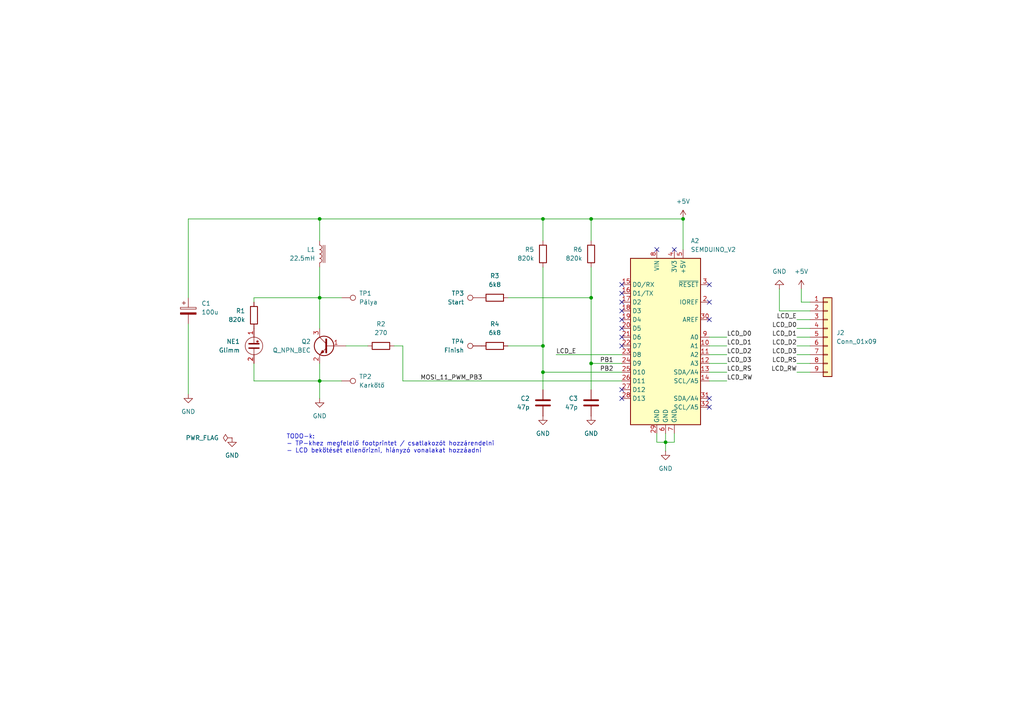
<source format=kicad_sch>
(kicad_sch (version 20231120) (generator "eeschema") (generator_version "8.0")
  (paper "A4")
  (title_block (title "Rázós játék") (company "SEM"))
  (lib_symbols
    (symbol "Connector:TestPoint" (pin_numbers hide) (pin_names (offset 0.762) hide)
      (property "Reference" "TP" (at 0 6.858 0))
      (property "Value" "TestPoint" (at 0 5.08 0))
      (symbol "TestPoint_0_1"
        (circle (center 0 3.302) (radius 0.762))
      )
      (symbol "TestPoint_1_1"
        (pin passive line (at 0 0 90) (length 2.54) (name "1") (number "1"))
      )
    )
    (symbol "Connector_Generic:Conn_01x09" (pin_names (offset 1.016) hide)
      (property "Reference" "J" (at 0 12.7 0))
      (property "Value" "Conn_01x09" (at 0 -12.7 0))
      (symbol "Conn_01x09_1_1"
        (rectangle (start -1.27 -10.033) (end 0 -10.287) (stroke (width 0.1524)))
        (rectangle (start -1.27 -7.493) (end 0 -7.747) (stroke (width 0.1524)))
        (rectangle (start -1.27 -4.953) (end 0 -5.207) (stroke (width 0.1524)))
        (rectangle (start -1.27 -2.413) (end 0 -2.667) (stroke (width 0.1524)))
        (rectangle (start -1.27 0.127) (end 0 -0.127) (stroke (width 0.1524)))
        (rectangle (start -1.27 2.667) (end 0 2.413) (stroke (width 0.1524)))
        (rectangle (start -1.27 5.207) (end 0 4.953) (stroke (width 0.1524)))
        (rectangle (start -1.27 7.747) (end 0 7.493) (stroke (width 0.1524)))
        (rectangle (start -1.27 10.287) (end 0 10.033) (stroke (width 0.1524)))
        (rectangle (start -1.27 11.43) (end 1.27 -11.43) (stroke (width 0.254)) (fill (type background)))
        (pin passive line (at -5.08 10.16 0) (length 3.81) (name "Pin_1") (number "1"))
        (pin passive line (at -5.08 7.62 0) (length 3.81) (name "Pin_2") (number "2"))
        (pin passive line (at -5.08 5.08 0) (length 3.81) (name "Pin_3") (number "3"))
        (pin passive line (at -5.08 2.54 0) (length 3.81) (name "Pin_4") (number "4"))
        (pin passive line (at -5.08 0 0) (length 3.81) (name "Pin_5") (number "5"))
        (pin passive line (at -5.08 -2.54 0) (length 3.81) (name "Pin_6") (number "6"))
        (pin passive line (at -5.08 -5.08 0) (length 3.81) (name "Pin_7") (number "7"))
        (pin passive line (at -5.08 -7.62 0) (length 3.81) (name "Pin_8") (number "8"))
        (pin passive line (at -5.08 -10.16 0) (length 3.81) (name "Pin_9") (number "9"))
      )
    )
    (symbol "Device:C" (pin_numbers hide) (pin_names (offset 0.254))
      (property "Reference" "C" (at 0.635 2.54 0))
      (property "Value" "C" (at 0.635 -2.54 0))
      (symbol "C_0_1"
        (polyline (pts (xy -2.032 -0.762) (xy 2.032 -0.762)) (stroke (width 0.508)))
        (polyline (pts (xy -2.032 0.762) (xy 2.032 0.762)) (stroke (width 0.508)))
      )
      (symbol "C_1_1"
        (pin passive line (at 0 3.81 270) (length 2.794) (name "~") (number "1"))
        (pin passive line (at 0 -3.81 90) (length 2.794) (name "~") (number "2"))
      )
    )
    (symbol "Device:C_Polarized" (pin_numbers hide) (pin_names (offset 0.254))
      (property "Reference" "C" (at 0.635 2.54 0))
      (property "Value" "C_Polarized" (at 0.635 -2.54 0))
      (symbol "C_Polarized_0_1"
        (rectangle (start -2.286 0.508) (end 2.286 1.016))
        (polyline (pts (xy -1.778 2.286) (xy -0.762 2.286)))
        (polyline (pts (xy -1.27 2.794) (xy -1.27 1.778)))
        (rectangle (start 2.286 -0.508) (end -2.286 -1.016) (fill (type outline)))
      )
      (symbol "C_Polarized_1_1"
        (pin passive line (at 0 3.81 270) (length 2.794) (name "~") (number "1"))
        (pin passive line (at 0 -3.81 90) (length 2.794) (name "~") (number "2"))
      )
    )
    (symbol "Device:L_Iron" (pin_numbers hide) (pin_names (offset 1.016) hide)
      (property "Reference" "L" (at -1.27 0 90))
      (property "Value" "L_Iron" (at 2.794 0 90))
      (symbol "L_Iron_0_1"
        (arc (start 0 -2.54) (mid 0.6323 -1.905) (end 0 -1.27))
        (arc (start 0 -1.27) (mid 0.6323 -0.635) (end 0 0))
        (polyline (pts (xy 1.016 2.54) (xy 1.016 -2.54)))
        (polyline (pts (xy 1.524 -2.54) (xy 1.524 2.54)))
        (arc (start 0 0) (mid 0.6323 0.635) (end 0 1.27))
        (arc (start 0 1.27) (mid 0.6323 1.905) (end 0 2.54))
      )
      (symbol "L_Iron_1_1"
        (pin passive line (at 0 3.81 270) (length 1.27) (name "1") (number "1"))
        (pin passive line (at 0 -3.81 90) (length 1.27) (name "2") (number "2"))
      )
    )
    (symbol "Device:Lamp_Neon" (pin_names (offset 0.0254) hide)
      (property "Reference" "NE" (at 0.635 3.81 0))
      (property "Value" "Lamp_Neon" (at 0.635 -3.81 0))
      (symbol "Lamp_Neon_0_1"
        (rectangle (start -1.524 -0.508) (end 1.524 -0.762) (fill (type outline)))
        (rectangle (start -1.524 0.762) (end 1.524 0.508) (fill (type outline)))
        (polyline (pts (xy 0 -2.54) (xy 0 -0.762)))
        (polyline (pts (xy 0 0.762) (xy 0 2.54)))
        (circle (center 0 0) (radius 2.54))
        (circle (center 1.016 -1.27) (radius 0.254) (fill (type outline)))
      )
      (symbol "Lamp_Neon_1_1"
        (pin passive line (at 0 -5.08 90) (length 2.54) (name "~") (number "1"))
        (pin passive line (at 0 5.08 270) (length 2.54) (name "~") (number "2"))
      )
    )
    (symbol "Device:Q_NPN_BEC" (pin_names (offset 0) hide)
      (property "Reference" "Q" (at 5.08 1.27 0))
      (property "Value" "Q_NPN_BEC" (at 5.08 -1.27 0))
      (symbol "Q_NPN_BEC_0_1"
        (polyline (pts (xy 0.635 0.635) (xy 2.54 2.54)))
        (polyline (pts (xy 0.635 -0.635) (xy 2.54 -2.54) (xy 2.54 -2.54)))
        (polyline (pts (xy 0.635 1.905) (xy 0.635 -1.905) (xy 0.635 -1.905)) (stroke (width 0.508)))
        (polyline (pts (xy 1.27 -1.778) (xy 1.778 -1.27) (xy 2.286 -2.286) (xy 1.27 -1.778) (xy 1.27 -1.778)) (fill (type outline)))
        (circle (center 1.27 0) (radius 2.8194) (stroke (width 0.254)))
      )
      (symbol "Q_NPN_BEC_1_1"
        (pin input line (at -5.08 0 0) (length 5.715) (name "B") (number "1"))
        (pin passive line (at 2.54 -5.08 90) (length 2.54) (name "E") (number "2"))
        (pin passive line (at 2.54 5.08 270) (length 2.54) (name "C") (number "3"))
      )
    )
    (symbol "Device:R" (pin_numbers hide) (pin_names (offset 0))
      (property "Reference" "R" (at 2.032 0 90))
      (property "Value" "R" (at 0 0 90))
      (symbol "R_0_1"
        (rectangle (start -1.016 -2.54) (end 1.016 2.54) (stroke (width 0.254)))
      )
      (symbol "R_1_1"
        (pin passive line (at 0 3.81 270) (length 1.27) (name "~") (number "1"))
        (pin passive line (at 0 -3.81 90) (length 1.27) (name "~") (number "2"))
      )
    )
    (symbol "MCU_Module:Arduino_UNO_R3"
      (property "Reference" "A" (at -10.16 23.495 0))
      (property "Value" "Arduino_UNO_R3" (at 5.08 -26.67 0))
      (symbol "Arduino_UNO_R3_0_1"
        (rectangle (start -10.16 22.86) (end 10.16 -25.4) (stroke (width 0.254)) (fill (type background)))
      )
      (symbol "Arduino_UNO_R3_1_1"
        (pin no_connect line (at -10.16 -20.32 0) (length 2.54) hide (name "NC") (number "1"))
        (pin bidirectional line (at 12.7 -2.54 180) (length 2.54) (name "A1") (number "10"))
        (pin bidirectional line (at 12.7 -5.08 180) (length 2.54) (name "A2") (number "11"))
        (pin bidirectional line (at 12.7 -7.62 180) (length 2.54) (name "A3") (number "12"))
        (pin bidirectional line (at 12.7 -10.16 180) (length 2.54) (name "SDA/A4") (number "13"))
        (pin bidirectional line (at 12.7 -12.7 180) (length 2.54) (name "SCL/A5") (number "14"))
        (pin bidirectional line (at -12.7 15.24 0) (length 2.54) (name "D0/RX") (number "15"))
        (pin bidirectional line (at -12.7 12.7 0) (length 2.54) (name "D1/TX") (number "16"))
        (pin bidirectional line (at -12.7 10.16 0) (length 2.54) (name "D2") (number "17"))
        (pin bidirectional line (at -12.7 7.62 0) (length 2.54) (name "D3") (number "18"))
        (pin bidirectional line (at -12.7 5.08 0) (length 2.54) (name "D4") (number "19"))
        (pin output line (at 12.7 10.16 180) (length 2.54) (name "IOREF") (number "2"))
        (pin bidirectional line (at -12.7 2.54 0) (length 2.54) (name "D5") (number "20"))
        (pin bidirectional line (at -12.7 0 0) (length 2.54) (name "D6") (number "21"))
        (pin bidirectional line (at -12.7 -2.54 0) (length 2.54) (name "D7") (number "22"))
        (pin bidirectional line (at -12.7 -5.08 0) (length 2.54) (name "D8") (number "23"))
        (pin bidirectional line (at -12.7 -7.62 0) (length 2.54) (name "D9") (number "24"))
        (pin bidirectional line (at -12.7 -10.16 0) (length 2.54) (name "D10") (number "25"))
        (pin bidirectional line (at -12.7 -12.7 0) (length 2.54) (name "D11") (number "26"))
        (pin bidirectional line (at -12.7 -15.24 0) (length 2.54) (name "D12") (number "27"))
        (pin bidirectional line (at -12.7 -17.78 0) (length 2.54) (name "D13") (number "28"))
        (pin power_in line (at -2.54 -27.94 90) (length 2.54) (name "GND") (number "29"))
        (pin input line (at 12.7 15.24 180) (length 2.54) (name "~{RESET}") (number "3"))
        (pin input line (at 12.7 5.08 180) (length 2.54) (name "AREF") (number "30"))
        (pin bidirectional line (at 12.7 -17.78 180) (length 2.54) (name "SDA/A4") (number "31"))
        (pin bidirectional line (at 12.7 -20.32 180) (length 2.54) (name "SCL/A5") (number "32"))
        (pin power_out line (at 2.54 25.4 270) (length 2.54) (name "3V3") (number "4"))
        (pin power_out line (at 5.08 25.4 270) (length 2.54) (name "+5V") (number "5"))
        (pin power_in line (at 0 -27.94 90) (length 2.54) (name "GND") (number "6"))
        (pin power_in line (at 2.54 -27.94 90) (length 2.54) (name "GND") (number "7"))
        (pin power_in line (at -2.54 25.4 270) (length 2.54) (name "VIN") (number "8"))
        (pin bidirectional line (at 12.7 0 180) (length 2.54) (name "A0") (number "9"))
      )
    )
    (symbol "power:+5V" (power) (pin_numbers hide) (pin_names (offset 0) hide)
      (property "Value" "+5V" (at 0 3.556 0))
      (symbol "+5V_0_1"
        (polyline (pts (xy -0.762 1.27) (xy 0 2.54)))
        (polyline (pts (xy 0 0) (xy 0 2.54)))
        (polyline (pts (xy 0 2.54) (xy 0.762 1.27)))
      )
      (symbol "+5V_1_1"
        (pin power_in line (at 0 0 90) (length 0) (name "~") (number "1"))
      )
    )
    (symbol "power:GND" (power) (pin_numbers hide) (pin_names (offset 0) hide)
      (property "Value" "GND" (at 0 -3.81 0))
      (symbol "GND_0_1"
        (polyline (pts (xy 0 0) (xy 0 -1.27) (xy 1.27 -1.27) (xy 0 -2.54) (xy -1.27 -1.27) (xy 0 -1.27)))
      )
      (symbol "GND_1_1"
        (pin power_in line (at 0 0 270) (length 0) (name "~") (number "1"))
      )
    )
    (symbol "power:PWR_FLAG" (power) (pin_numbers hide) (pin_names (offset 0) hide)
      (property "Value" "PWR_FLAG" (at 0 3.81 0))
      (symbol "PWR_FLAG_0_0"
        (pin power_out line (at 0 0 90) (length 0) (name "~") (number "1"))
      )
      (symbol "PWR_FLAG_0_1"
        (polyline (pts (xy 0 0) (xy 0 1.27) (xy -1.016 1.905) (xy 0 2.54) (xy 1.016 1.905) (xy 0 1.27)))
      )
    )
  )
  (junction (at 157.48 63.5))
  (junction (at 157.48 100.33))
  (junction (at 92.71 63.5))
  (junction (at 92.71 86.36))
  (junction (at 92.71 110.49))
  (junction (at 171.45 86.36))
  (junction (at 198.12 63.5))
  (junction (at 171.45 105.41))
  (junction (at 171.45 63.5))
  (junction (at 193.04 128.27))
  (junction (at 157.48 107.95))
  (no_connect (at 180.34 115.57))
  (no_connect (at 180.34 97.79))
  (no_connect (at 205.74 118.11))
  (no_connect (at 180.34 95.25))
  (no_connect (at 180.34 90.17))
  (no_connect (at 180.34 100.33))
  (no_connect (at 205.74 82.55))
  (no_connect (at 205.74 115.57))
  (no_connect (at 205.74 92.71))
  (no_connect (at 180.34 87.63))
  (no_connect (at 195.58 72.39))
  (no_connect (at 180.34 82.55))
  (no_connect (at 180.34 85.09))
  (no_connect (at 205.74 87.63))
  (no_connect (at 180.34 113.03))
  (no_connect (at 180.34 92.71))
  (no_connect (at 190.5 72.39))
  (wire (pts (xy 171.45 105.41) (xy 180.34 105.41)))
  (wire (pts (xy 171.45 69.85) (xy 171.45 63.5)))
  (wire (pts (xy 157.48 63.5) (xy 171.45 63.5)))
  (wire (pts (xy 73.66 86.36) (xy 92.71 86.36)))
  (wire (pts (xy 73.66 87.63) (xy 73.66 86.36)))
  (wire (pts (xy 205.74 110.49) (xy 210.82 110.49)))
  (wire (pts (xy 171.45 63.5) (xy 198.12 63.5)))
  (wire (pts (xy 234.95 95.25) (xy 231.14 95.25)))
  (wire (pts (xy 234.95 107.95) (xy 231.14 107.95)))
  (wire (pts (xy 171.45 105.41) (xy 171.45 113.03)))
  (wire (pts (xy 205.74 97.79) (xy 210.82 97.79)))
  (wire (pts (xy 147.32 86.36) (xy 171.45 86.36)))
  (wire (pts (xy 92.71 105.41) (xy 92.71 110.49)))
  (wire (pts (xy 205.74 100.33) (xy 210.82 100.33)))
  (wire (pts (xy 92.71 86.36) (xy 92.71 95.25)))
  (wire (pts (xy 234.95 87.63) (xy 232.41 87.63)))
  (wire (pts (xy 157.48 69.85) (xy 157.48 63.5)))
  (wire (pts (xy 92.71 110.49) (xy 92.71 115.57)))
  (wire (pts (xy 198.12 72.39) (xy 198.12 63.5)))
  (wire (pts (xy 195.58 125.73) (xy 195.58 128.27)))
  (wire (pts (xy 232.41 87.63) (xy 232.41 83.82)))
  (wire (pts (xy 180.34 107.95) (xy 157.48 107.95)))
  (wire (pts (xy 190.5 128.27) (xy 193.04 128.27)))
  (wire (pts (xy 231.14 92.71) (xy 234.95 92.71)))
  (wire (pts (xy 234.95 102.87) (xy 231.14 102.87)))
  (wire (pts (xy 171.45 77.47) (xy 171.45 86.36)))
  (wire (pts (xy 205.74 102.87) (xy 210.82 102.87)))
  (wire (pts (xy 92.71 110.49) (xy 73.66 110.49)))
  (wire (pts (xy 190.5 125.73) (xy 190.5 128.27)))
  (wire (pts (xy 54.61 93.98) (xy 54.61 114.3)))
  (wire (pts (xy 193.04 128.27) (xy 193.04 130.81)))
  (wire (pts (xy 226.06 90.17) (xy 234.95 90.17)))
  (wire (pts (xy 116.84 100.33) (xy 116.84 110.49)))
  (wire (pts (xy 193.04 125.73) (xy 193.04 128.27)))
  (wire (pts (xy 92.71 63.5) (xy 92.71 69.85)))
  (wire (pts (xy 100.33 100.33) (xy 106.68 100.33)))
  (wire (pts (xy 205.74 107.95) (xy 210.82 107.95)))
  (wire (pts (xy 234.95 97.79) (xy 231.14 97.79)))
  (wire (pts (xy 157.48 77.47) (xy 157.48 100.33)))
  (wire (pts (xy 54.61 63.5) (xy 54.61 86.36)))
  (wire (pts (xy 92.71 63.5) (xy 157.48 63.5)))
  (wire (pts (xy 161.29 102.87) (xy 180.34 102.87)))
  (wire (pts (xy 234.95 105.41) (xy 231.14 105.41)))
  (wire (pts (xy 54.61 63.5) (xy 92.71 63.5)))
  (wire (pts (xy 92.71 110.49) (xy 99.06 110.49)))
  (wire (pts (xy 234.95 100.33) (xy 231.14 100.33)))
  (wire (pts (xy 116.84 110.49) (xy 180.34 110.49)))
  (wire (pts (xy 99.06 86.36) (xy 92.71 86.36)))
  (wire (pts (xy 171.45 86.36) (xy 171.45 105.41)))
  (wire (pts (xy 157.48 100.33) (xy 157.48 107.95)))
  (wire (pts (xy 92.71 77.47) (xy 92.71 86.36)))
  (wire (pts (xy 205.74 105.41) (xy 210.82 105.41)))
  (wire (pts (xy 116.84 100.33) (xy 114.3 100.33)))
  (wire (pts (xy 73.66 110.49) (xy 73.66 105.41)))
  (wire (pts (xy 195.58 128.27) (xy 193.04 128.27)))
  (wire (pts (xy 226.06 83.82) (xy 226.06 90.17)))
  (wire (pts (xy 157.48 107.95) (xy 157.48 113.03)))
  (wire (pts (xy 147.32 100.33) (xy 157.48 100.33)))
  (text "TODO-k:\n- TP-khez megfelelő footprintet / csatlakozót hozzárendelni\n- LCD bekötését ellenőrizni, hiányzó vonalakat hozzáadni" (at 83.058 128.778 0) (effects (font (size 1.27 1.27)) (justify left)))
  (label "PB2" (at 173.99 107.95 0))
  (label "MOSI_11_PWM_PB3" (at 121.92 110.49 0))
  (label "LCD_D2" (at 210.82 102.87 0))
  (label "LCD_E" (at 161.29 102.87 0))
  (label "PB1" (at 173.99 105.41 0))
  (label "LCD_RS" (at 210.82 107.95 0))
  (label "LCD_E" (at 231.14 92.71 180))
  (label "LCD_D1" (at 231.14 97.79 180))
  (label "LCD_D3" (at 231.14 102.87 180))
  (label "LCD_D0" (at 231.14 95.25 180))
  (label "LCD_RS" (at 231.14 105.41 180))
  (label "LCD_D2" (at 231.14 100.33 180))
  (label "LCD_D3" (at 210.82 105.41 0))
  (label "LCD_D1" (at 210.82 100.33 0))
  (label "LCD_D0" (at 210.82 97.79 0))
  (label "LCD_RW" (at 231.14 107.95 180))
  (label "LCD_RW" (at 210.82 110.49 0))
  (symbol (lib_id "Connector_Generic:Conn_01x09") (at 240.03 97.79 0) (unit 1)
    (property "Reference" "J2" (at 242.57 96.5199 0) (effects (justify left)))
    (property "Value" "Conn_01x09" (at 242.57 99.0599 0) (effects (justify left)))
    (property "Footprint" "Connector_PinHeader_2.54mm:PinHeader_1x09_P2.54mm_Horizontal" (effects (hide yes)))
    (property "Description" "Generic connector, single row, 01x09, script generated (kicad-library-utils/schlib/autogen/connector/)" (effects (hide yes)))
  )
  (symbol (lib_id "Connector:TestPoint") (at 99.06 110.49 270) (unit 1)
    (property "Reference" "TP2" (at 104.14 109.2199 90) (effects (justify left)))
    (property "Value" "Karkötő" (at 104.14 111.7599 90) (effects (justify left)))
    (property "Footprint" "TestPoint:TestPoint_Loop_D2.50mm_Drill1.0mm" (effects (hide yes)))
    (property "Description" "test point" (effects (hide yes)))
  )
  (symbol (lib_id "power:GND") (at 67.31 127 0) (unit 1)
    (property "Reference" "#PWR06" (effects (hide yes)))
    (property "Value" "GND" (at 67.31 132.08 0))
    (property "Description" "Power symbol creates a global label with name \"GND\" , ground" (effects (hide yes)))
  )
  (symbol (lib_id "Device:L_Iron") (at 92.71 73.66 0) (mirror x) (unit 1)
    (property "Reference" "L1" (at 91.44 72.3899 0) (effects (justify right)))
    (property "Value" "22.5mH" (at 91.44 74.9299 0) (effects (justify right)))
    (property "Footprint" "Connector_PinHeader_2.54mm:PinHeader_1x02_P2.54mm_Horizontal" (effects (hide yes)))
    (property "Description" "Inductor with iron core" (effects (hide yes)))
  )
  (symbol (lib_id "Device:Q_NPN_BEC") (at 95.25 100.33 0) (mirror y) (unit 1)
    (property "Reference" "Q2" (at 90.17 99.0599 0) (effects (justify left)))
    (property "Value" "Q_NPN_BEC" (at 90.17 101.5999 0) (effects (justify left)))
    (property "Footprint" "Package_TO_SOT_THT:TO-218-3_Horizontal_TabDown" (effects (hide yes)))
    (property "Description" "NPN transistor, base/emitter/collector" (effects (hide yes)))
  )
  (symbol (lib_id "Device:R") (at 143.51 86.36 90) (mirror x) (unit 1)
    (property "Reference" "R3" (at 143.51 80.01 90))
    (property "Value" "6k8" (at 143.51 82.55 90))
    (property "Footprint" "Resistor_THT:R_Axial_DIN0207_L6.3mm_D2.5mm_P10.16mm_Horizontal" (effects (hide yes)))
    (property "Description" "Resistor" (effects (hide yes)))
  )
  (symbol (lib_id "Connector:TestPoint") (at 99.06 86.36 270) (unit 1)
    (property "Reference" "TP1" (at 104.14 85.0899 90) (effects (justify left)))
    (property "Value" "Pálya" (at 104.14 87.6299 90) (effects (justify left)))
    (property "Footprint" "TestPoint:TestPoint_Loop_D2.50mm_Drill1.0mm" (effects (hide yes)))
    (property "Description" "test point" (effects (hide yes)))
  )
  (symbol (lib_id "power:GND") (at 171.45 120.65 0) (unit 1)
    (property "Reference" "#PWR04" (effects (hide yes)))
    (property "Value" "GND" (at 171.45 125.73 0))
    (property "Description" "Power symbol creates a global label with name \"GND\" , ground" (effects (hide yes)))
  )
  (symbol (lib_id "power:GND") (at 193.04 130.81 0) (unit 1)
    (property "Reference" "#PWR05" (effects (hide yes)))
    (property "Value" "GND" (at 193.04 135.89 0))
    (property "Description" "Power symbol creates a global label with name \"GND\" , ground" (effects (hide yes)))
  )
  (symbol (lib_id "power:GND") (at 157.48 120.65 0) (unit 1)
    (property "Reference" "#PWR03" (effects (hide yes)))
    (property "Value" "GND" (at 157.48 125.73 0))
    (property "Description" "Power symbol creates a global label with name \"GND\" , ground" (effects (hide yes)))
  )
  (symbol (lib_id "Device:R") (at 143.51 100.33 90) (mirror x) (unit 1)
    (property "Reference" "R4" (at 143.51 93.98 90))
    (property "Value" "6k8" (at 143.51 96.52 90))
    (property "Footprint" "Resistor_THT:R_Axial_DIN0207_L6.3mm_D2.5mm_P10.16mm_Horizontal" (effects (hide yes)))
    (property "Description" "Resistor" (effects (hide yes)))
  )
  (symbol (lib_id "Connector:TestPoint") (at 139.7 86.36 90) (mirror x) (unit 1)
    (property "Reference" "TP3" (at 134.62 85.0899 90) (effects (justify left)))
    (property "Value" "Start" (at 134.62 87.6299 90) (effects (justify left)))
    (property "Footprint" "TestPoint:TestPoint_Loop_D2.50mm_Drill1.0mm" (effects (hide yes)))
    (property "Description" "test point" (effects (hide yes)))
  )
  (symbol (lib_id "Device:C") (at 157.48 116.84 0) (mirror y) (unit 1)
    (property "Reference" "C2" (at 153.67 115.5699 0) (effects (justify left)))
    (property "Value" "47p" (at 153.67 118.1099 0) (effects (justify left)))
    (property "Footprint" "Capacitor_THT:C_Disc_D4.3mm_W1.9mm_P5.00mm" (effects (hide yes)))
    (property "Description" "Unpolarized capacitor" (effects (hide yes)))
  )
  (symbol (lib_id "MCU_Module:Arduino_UNO_R3") (at 193.04 97.79 0) (unit 1)
    (property "Reference" "A2" (at 200.3141 69.85 0) (effects (justify left)))
    (property "Value" "SEMDUINO_V2" (at 200.3141 72.39 0) (effects (justify left)))
    (property "Footprint" "Module:Arduino_UNO_R3" (effects (hide yes)))
    (property "Datasheet" "https://www.arduino.cc/en/Main/arduinoBoardUno" (effects (hide yes)))
    (property "Description" "Arduino UNO Microcontroller Module, release 3" (effects (hide yes)))
  )
  (symbol (lib_id "power:GND") (at 54.61 114.3 0) (unit 1)
    (property "Reference" "#PWR01" (effects (hide yes)))
    (property "Value" "GND" (at 54.61 119.38 0))
    (property "Description" "Power symbol creates a global label with name \"GND\" , ground" (effects (hide yes)))
  )
  (symbol (lib_id "power:+5V") (at 198.12 63.5 0) (unit 1)
    (property "Reference" "#PWR07" (effects (hide yes)))
    (property "Value" "+5V" (at 198.12 58.42 0))
    (property "Description" "Power symbol creates a global label with name \"+5V\"" (effects (hide yes)))
  )
  (symbol (lib_id "Device:C_Polarized") (at 54.61 90.17 0) (unit 1)
    (property "Reference" "C1" (at 58.42 88.0109 0) (effects (justify left)))
    (property "Value" "100u" (at 58.42 90.5509 0) (effects (justify left)))
    (property "Footprint" "Capacitor_THT:CP_Radial_D7.5mm_P2.50mm" (effects (hide yes)))
    (property "Description" "Polarized capacitor" (effects (hide yes)))
  )
  (symbol (lib_id "Connector:TestPoint") (at 139.7 100.33 90) (mirror x) (unit 1)
    (property "Reference" "TP4" (at 134.62 99.0599 90) (effects (justify left)))
    (property "Value" "Finish" (at 134.62 101.5999 90) (effects (justify left)))
    (property "Footprint" "TestPoint:TestPoint_Loop_D2.50mm_Drill1.0mm" (effects (hide yes)))
    (property "Description" "test point" (effects (hide yes)))
  )
  (symbol (lib_id "power:PWR_FLAG") (at 67.31 127 90) (unit 1)
    (property "Reference" "#FLG01" (effects (hide yes)))
    (property "Value" "PWR_FLAG" (at 63.5 126.9999 90) (effects (justify left)))
    (property "Description" "Special symbol for telling ERC where power comes from" (effects (hide yes)))
  )
  (symbol (lib_id "Device:R") (at 110.49 100.33 270) (mirror x) (unit 1)
    (property "Reference" "R2" (at 110.49 93.98 90))
    (property "Value" "270" (at 110.49 96.52 90))
    (property "Footprint" "Resistor_THT:R_Axial_DIN0207_L6.3mm_D2.5mm_P10.16mm_Horizontal" (effects (hide yes)))
    (property "Description" "Resistor" (effects (hide yes)))
  )
  (symbol (lib_id "Device:Lamp_Neon") (at 73.66 100.33 0) (mirror x) (unit 1)
    (property "Reference" "NE1" (at 69.596 99.06 0) (effects (justify right)))
    (property "Value" "Glimm" (at 69.596 101.6 0) (effects (justify right)))
    (property "Footprint" "LED_THT:LED_D5.0mm_Clear" (effects (hide yes)))
    (property "Description" "Neon lamp" (effects (hide yes)))
  )
  (symbol (lib_id "power:GND") (at 92.71 115.57 0) (unit 1)
    (property "Reference" "#PWR02" (effects (hide yes)))
    (property "Value" "GND" (at 92.71 120.65 0))
    (property "Description" "Power symbol creates a global label with name \"GND\" , ground" (effects (hide yes)))
  )
  (symbol (lib_id "Device:R") (at 157.48 73.66 0) (mirror y) (unit 1)
    (property "Reference" "R5" (at 154.94 72.3899 0) (effects (justify left)))
    (property "Value" "820k" (at 154.94 74.9299 0) (effects (justify left)))
    (property "Footprint" "Resistor_THT:R_Axial_DIN0207_L6.3mm_D2.5mm_P10.16mm_Horizontal" (effects (hide yes)))
    (property "Description" "Resistor" (effects (hide yes)))
  )
  (symbol (lib_id "power:GND") (at 226.06 83.82 180) (unit 1)
    (property "Reference" "#PWR09" (effects (hide yes)))
    (property "Value" "GND" (at 226.06 78.74 0))
    (property "Description" "Power symbol creates a global label with name \"GND\" , ground" (effects (hide yes)))
  )
  (symbol (lib_id "Device:R") (at 171.45 73.66 0) (mirror y) (unit 1)
    (property "Reference" "R6" (at 168.91 72.3899 0) (effects (justify left)))
    (property "Value" "820k" (at 168.91 74.9299 0) (effects (justify left)))
    (property "Footprint" "Resistor_THT:R_Axial_DIN0207_L6.3mm_D2.5mm_P10.16mm_Horizontal" (effects (hide yes)))
    (property "Description" "Resistor" (effects (hide yes)))
  )
  (symbol (lib_id "power:+5V") (at 232.41 83.82 0) (unit 1)
    (property "Reference" "#PWR08" (effects (hide yes)))
    (property "Value" "+5V" (at 232.41 78.74 0))
    (property "Description" "Power symbol creates a global label with name \"+5V\"" (effects (hide yes)))
  )
  (symbol (lib_id "Device:R") (at 73.66 91.44 0) (mirror y) (unit 1)
    (property "Reference" "R1" (at 71.12 90.1699 0) (effects (justify left)))
    (property "Value" "820k" (at 71.12 92.7099 0) (effects (justify left)))
    (property "Footprint" "Resistor_THT:R_Axial_DIN0207_L6.3mm_D2.5mm_P10.16mm_Horizontal" (effects (hide yes)))
    (property "Description" "Resistor" (effects (hide yes)))
  )
  (symbol (lib_id "Device:C") (at 171.45 116.84 0) (mirror y) (unit 1)
    (property "Reference" "C3" (at 167.64 115.5699 0) (effects (justify left)))
    (property "Value" "47p" (at 167.64 118.1099 0) (effects (justify left)))
    (property "Footprint" "Capacitor_THT:C_Disc_D4.3mm_W1.9mm_P5.00mm" (effects (hide yes)))
    (property "Description" "Unpolarized capacitor" (effects (hide yes)))
  )
)
</source>
